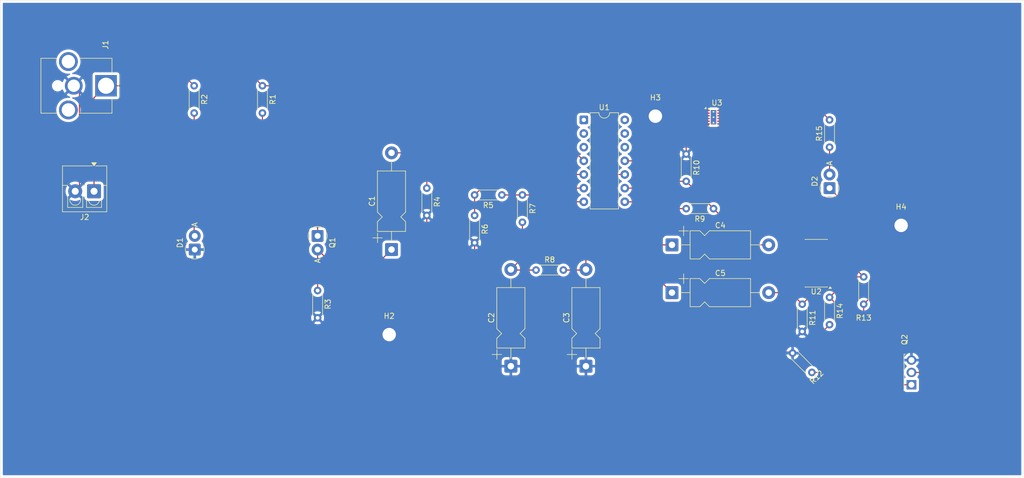
<source format=kicad_pcb>
(kicad_pcb (version 20241229) (generator "pcbnew") (generator_version "9.0")
  (layers (0 "F.Cu" signal) (2 "B.Cu" signal) (13 "F.Paste" user) (15 "B.Paste" user) (5 "F.SilkS" user "F.Silkscreen") (7 "B.SilkS" user "B.Silkscreen") (1 "F.Mask" user) (3 "B.Mask" user) (25 "Edge.Cuts" user))
  (net 0 "")
  (net 1 "Net-(D1-A)")
  (net 2 "GND")
  (net 3 "+VDC")
  (net 4 "Net-(Q1-E)")
  (net 5 "-VDC")
  (net 6 "Net-(U1C-+)")
  (net 7 "Net-(C2-Pad2)")
  (net 8 "Net-(C4-Pad1)")
  (net 9 "Net-(D2-A)")
  (net 10 "Net-(D2-K)")
  (net 11 "Net-(R5-Pad1)")
  (net 12 "Net-(Q2-PadG)")
  (net 13 "Net-(U1C--)")
  (net 14 "Net-(U2A--)")
  (net 15 "Net-(U2A-+)")
  (net 30 "Net-(U1B-+)")
  (net 31 "Net-(U1B--)")
  (footprint "Resistor_THT:R_Axial_DIN0204_L3.6mm_D1.6mm_P5.08mm_Horizontal" (layer "F.Cu") (at 87.01 75.62 -90)
    (property "Reference" "R3" (at 2.54 -1.92 90) (layer "F.SilkS"))
    (property "Value" "2.2k")
    (fp_line (start 0.62 0.92) (end 4.46 0.92) (stroke (width 0.12)) (layer "F.SilkS"))
    (fp_line (start 0.62 -0.92) (end 4.46 -0.92) (stroke (width 0.12)) (layer "F.SilkS"))
    (pad "1" thru_hole circle (at 0 0 270) (size 1.4 1.4) (drill 0.7) (layers "*.Cu" "*.Mask") (net 4 "Net-(Q1-E)"))
    (pad "2" thru_hole circle (at 5.08 0 270) (size 1.4 1.4) (drill 0.7) (layers "*.Cu" "*.Mask") (net 2 "GND"))
  )
  (footprint "Resistor_THT:R_Axial_DIN0204_L3.6mm_D1.6mm_P5.08mm_Horizontal" (layer "F.Cu") (at 127.65 71.81)
    (property "Reference" "R8" (at 2.54 -1.92 0) (layer "F.SilkS"))
    (property "Value" "3.3k")
    (fp_line (start 0.62 -0.92) (end 4.46 -0.92) (stroke (width 0.12)) (layer "F.SilkS"))
    (fp_line (start 0.62 0.92) (end 4.46 0.92) (stroke (width 0.12)) (layer "F.SilkS"))
    (pad "1" thru_hole circle (at 0 0) (size 1.4 1.4) (drill 0.7) (layers "*.Cu" "*.Mask") (net 7 "Net-(C2-Pad2)"))
    (pad "2" thru_hole circle (at 5.08 0) (size 1.4 1.4) (drill 0.7) (layers "*.Cu" "*.Mask") (net 6 "Net-(U1C-+)"))
  )
  (footprint "Resistor_THT:R_Axial_DIN0204_L3.6mm_D1.6mm_P5.08mm_Horizontal" (layer "F.Cu") (at 121.3 57.84 180)
    (property "Reference" "R5" (at 2.54 -1.92 0) (layer "F.SilkS"))
    (property "Value" "47k")
    (fp_line (start 0.62 0.92) (end 4.46 0.92) (stroke (width 0.12)) (layer "F.SilkS"))
    (fp_line (start 0.62 -0.92) (end 4.46 -0.92) (stroke (width 0.12)) (layer "F.SilkS"))
    (pad "1" thru_hole circle (at 0 0 180) (size 1.4 1.4) (drill 0.7) (layers "*.Cu" "*.Mask") (net 11 "Net-(R5-Pad1)"))
    (pad "2" thru_hole circle (at 5.08 0 180) (size 1.4 1.4) (drill 0.7) (layers "*.Cu" "*.Mask") (net 31 "Net-(U1B--)"))
  )
  (footprint "Capacitor_THT:CP_Axial_L11.0mm_D5.0mm_P18.00mm_Horizontal" (layer "F.Cu") (at 152.94 76.0125)
    (property "Reference" "C5" (at 9 -3.62 0) (layer "F.SilkS"))
    (property "Value" "1uF")
    (fp_line (start 1.28 -2.6) (end 3.08 -2.6) (stroke (width 0.12)) (layer "F.SilkS"))
    (fp_line (start 1.44 0) (end 3.38 0) (stroke (width 0.12)) (layer "F.SilkS"))
    (fp_line (start 2.18 -3.5) (end 2.18 -1.7) (stroke (width 0.12)) (layer "F.SilkS"))
    (fp_line (start 3.38 -2.62) (end 3.38 2.62) (stroke (width 0.12)) (layer "F.SilkS"))
    (fp_line (start 3.38 -2.62) (end 5.18 -2.62) (stroke (width 0.12)) (layer "F.SilkS"))
    (fp_line (start 3.38 2.62) (end 5.18 2.62) (stroke (width 0.12)) (layer "F.SilkS"))
    (fp_line (start 5.18 -2.62) (end 6.08 -1.72) (stroke (width 0.12)) (layer "F.SilkS"))
    (fp_line (start 5.18 2.62) (end 6.08 1.72) (stroke (width 0.12)) (layer "F.SilkS"))
    (fp_line (start 6.08 -1.72) (end 6.98 -2.62) (stroke (width 0.12)) (layer "F.SilkS"))
    (fp_line (start 6.08 1.72) (end 6.98 2.62) (stroke (width 0.12)) (layer "F.SilkS"))
    (fp_line (start 6.98 -2.62) (end 14.62 -2.62) (stroke (width 0.12)) (layer "F.SilkS"))
    (fp_line (start 6.98 2.62) (end 14.62 2.62) (stroke (width 0.12)) (layer "F.SilkS"))
    (fp_line (start 14.62 -2.62) (end 14.62 2.62) (stroke (width 0.12)) (layer "F.SilkS"))
    (fp_line (start 16.56 0) (end 14.62 0) (stroke (width 0.12)) (layer "F.SilkS"))
    (pad "1" thru_hole roundrect (at 0 0) (size 2.4 2.4) (drill 1.2) (layers "*.Cu" "*.Mask") (roundrect_rratio 0.104167) (net 8 "Net-(C4-Pad1)"))
    (pad "2" thru_hole circle (at 18 0) (size 2.4 2.4) (drill 1.2) (layers "*.Cu" "*.Mask") (net 14 "Net-(U2A--)"))
  )
  (footprint "Resistor_THT:R_Axial_DIN0204_L3.6mm_D1.6mm_P5.08mm_Horizontal" (layer "F.Cu") (at 125.11 57.84 -90)
    (property "Reference" "R7" (at 2.54 -1.92 90) (layer "F.SilkS"))
    (property "Value" "4.7k")
    (fp_line (start 0.62 0.92) (end 4.46 0.92) (stroke (width 0.12)) (layer "F.SilkS"))
    (fp_line (start 0.62 -0.92) (end 4.46 -0.92) (stroke (width 0.12)) (layer "F.SilkS"))
    (pad "1" thru_hole circle (at 0 0 270) (size 1.4 1.4) (drill 0.7) (layers "*.Cu" "*.Mask") (net 11 "Net-(R5-Pad1)"))
    (pad "2" thru_hole circle (at 5.08 0 270) (size 1.4 1.4) (drill 0.7) (layers "*.Cu" "*.Mask") (net 7 "Net-(C2-Pad2)"))
  )
  (footprint "Package_SO:SOIC-14_3.9x8.7mm_P1.27mm" (layer "F.Cu") (at 179.785 70.54 180)
    (property "Reference" "U2" (at 0 -5.28 0) (layer "F.SilkS"))
    (property "Value" "LM339")
    (fp_line (start 2.06 4.435) (end -2.06 4.435) (stroke (width 0.12)) (layer "F.SilkS"))
    (fp_line (start 2.06 4.37) (end 2.06 4.435) (stroke (width 0.12)) (layer "F.SilkS"))
    (fp_line (start 2.06 -4.435) (end 2.06 -4.37) (stroke (width 0.12)) (layer "F.SilkS"))
    (fp_line (start -2.06 4.435) (end -2.06 4.37) (stroke (width 0.12)) (layer "F.SilkS"))
    (fp_line (start -2.06 -4.37) (end -2.06 -4.435) (stroke (width 0.12)) (layer "F.SilkS"))
    (fp_line (start -2.06 -4.435) (end 2.06 -4.435) (stroke (width 0.12)) (layer "F.SilkS"))
    (fp_poly (pts (xy -2.6 -4.37) (xy -2.84 -4.7) (xy -2.36 -4.7)) (stroke (width 0.12)) (fill yes) (layer "F.SilkS"))
    (pad "1" smd roundrect (at -2.475 -3.81 180) (size 1.95 0.6) (layers "F.Cu" "F.Mask" "F.Paste"))
    (pad "2" smd roundrect (at -2.475 -2.54 180) (size 1.95 0.6) (layers "F.Cu" "F.Mask" "F.Paste") (net 12 "Net-(Q2-PadG)"))
    (pad "3" smd roundrect (at -2.475 -1.27 180) (size 1.95 0.6) (layers "F.Cu" "F.Mask" "F.Paste") (net 3 "+VDC"))
    (pad "4" smd roundrect (at -2.475 0 180) (size 1.95 0.6) (layers "F.Cu" "F.Mask" "F.Paste") (net 14 "Net-(U2A--)"))
    (pad "5" smd roundrect (at -2.475 1.27 180) (size 1.95 0.6) (layers "F.Cu" "F.Mask" "F.Paste") (net 15 "Net-(U2A-+)"))
    (pad "6" smd roundrect (at -2.475 2.54 180) (size 1.95 0.6) (layers "F.Cu" "F.Mask" "F.Paste"))
    (pad "7" smd roundrect (at -2.475 3.81 180) (size 1.95 0.6) (layers "F.Cu" "F.Mask" "F.Paste"))
    (pad "8" smd roundrect (at 2.475 3.81 180) (size 1.95 0.6) (layers "F.Cu" "F.Mask" "F.Paste"))
    (pad "9" smd roundrect (at 2.475 2.54 180) (size 1.95 0.6) (layers "F.Cu" "F.Mask" "F.Paste"))
    (pad "10" smd roundrect (at 2.475 1.27 180) (size 1.95 0.6) (layers "F.Cu" "F.Mask" "F.Paste"))
    (pad "11" smd roundrect (at 2.475 0 180) (size 1.95 0.6) (layers "F.Cu" "F.Mask" "F.Paste"))
    (pad "12" smd roundrect (at 2.475 -1.27 180) (size 1.95 0.6) (layers "F.Cu" "F.Mask" "F.Paste") (net 5 "-VDC"))
    (pad "13" smd roundrect (at 2.475 -2.54 180) (size 1.95 0.6) (layers "F.Cu" "F.Mask" "F.Paste"))
    (pad "14" smd roundrect (at 2.475 -3.81 180) (size 1.95 0.6) (layers "F.Cu" "F.Mask" "F.Paste"))
  )
  (footprint "MountingHole:MountingHole_2.5mm_Pad" (layer "F.Cu") (at 149.86 43.18)
    (property "Reference" "H3" (at 0 -3.45 0) (layer "F.SilkS"))
    (property "Value" "MountingHole_Pad")
    (pad "1" thru_hole circle (at 0 0) (size 5 5) (drill 2.5) (layers "*.Cu" "*.Mask") (net 2 "GND"))
  )
  (footprint "Capacitor_THT:CP_Axial_L11.0mm_D5.0mm_P18.00mm_Horizontal" (layer "F.Cu") (at 122.9625 89.7 90)
    (property "Reference" "C2" (at 9 -3.62 90) (layer "F.SilkS"))
    (property "Value" "10uF")
    (fp_line (start 2.18 -3.5) (end 2.18 -1.7) (stroke (width 0.12)) (layer "F.SilkS"))
    (fp_line (start 14.62 -2.62) (end 14.62 2.62) (stroke (width 0.12)) (layer "F.SilkS"))
    (fp_line (start 6.98 -2.62) (end 14.62 -2.62) (stroke (width 0.12)) (layer "F.SilkS"))
    (fp_line (start 5.18 -2.62) (end 6.08 -1.72) (stroke (width 0.12)) (layer "F.SilkS"))
    (fp_line (start 3.38 -2.62) (end 5.18 -2.62) (stroke (width 0.12)) (layer "F.SilkS"))
    (fp_line (start 3.38 -2.62) (end 3.38 2.62) (stroke (width 0.12)) (layer "F.SilkS"))
    (fp_line (start 1.28 -2.6) (end 3.08 -2.6) (stroke (width 0.12)) (layer "F.SilkS"))
    (fp_line (start 6.08 -1.72) (end 6.98 -2.62) (stroke (width 0.12)) (layer "F.SilkS"))
    (fp_line (start 16.56 0) (end 14.62 0) (stroke (width 0.12)) (layer "F.SilkS"))
    (fp_line (start 1.44 0) (end 3.38 0) (stroke (width 0.12)) (layer "F.SilkS"))
    (fp_line (start 6.08 1.72) (end 6.98 2.62) (stroke (width 0.12)) (layer "F.SilkS"))
    (fp_line (start 6.98 2.62) (end 14.62 2.62) (stroke (width 0.12)) (layer "F.SilkS"))
    (fp_line (start 5.18 2.62) (end 6.08 1.72) (stroke (width 0.12)) (layer "F.SilkS"))
    (fp_line (start 3.38 2.62) (end 5.18 2.62) (stroke (width 0.12)) (layer "F.SilkS"))
    (pad "1" thru_hole roundrect (at 0 0 90) (size 2.4 2.4) (drill 1.2) (layers "*.Cu" "*.Mask") (roundrect_rratio 0.104167) (net 2 "GND"))
    (pad "2" thru_hole circle (at 18 0 90) (size 2.4 2.4) (drill 1.2) (layers "*.Cu" "*.Mask") (net 7 "Net-(C2-Pad2)"))
  )
  (footprint "Diode_THT:D_DO-41_SOD81_P2.54mm_Vertical_AnodeUp" (layer "F.Cu") (at 64.15 68 90)
    (property "Reference" "D1" (at 1.27 -2.750635 90) (layer "F.SilkS"))
    (property "Value" "IR204A")
    (fp_arc (start 1.255517 1.22) (mid -1.750635 0) (end 1.255517 -1.22) (stroke (width 0.12)) (layer "F.SilkS"))
    (fp_text user "A" (at 4.64 0 90) (layer "F.SilkS"))
    (pad "1" thru_hole roundrect (at 0 0 90) (size 2.2 2.2) (drill 1.1) (layers "*.Cu" "*.Mask") (roundrect_rratio 0.113636) (net 2 "GND"))
    (pad "2" thru_hole circle (at 2.54 0 90) (size 2.2 2.2) (drill 1.1) (layers "*.Cu" "*.Mask") (net 1 "Net-(D1-A)"))
  )
  (footprint "MountingHole:MountingHole_2.5mm_Pad" (layer "F.Cu") (at 195.58 63.5)
    (property "Reference" "H4" (at 0 -3.45 0) (layer "F.SilkS"))
    (property "Value" "MountingHole_Pad")
    (pad "1" thru_hole circle (at 0 0) (size 5 5) (drill 2.5) (layers "*.Cu" "*.Mask") (net 2 "GND"))
  )
  (footprint "Package_DIP:DIP-14_W7.62mm" (layer "F.Cu") (at 136.54 43.87)
    (property "Reference" "U1" (at 3.81 -2.33 0) (layer "F.SilkS"))
    (property "Value" "LM324")
    (fp_line (start 1.16 -1.33) (end 1.16 16.57) (stroke (width 0.12)) (layer "F.SilkS"))
    (fp_line (start 1.16 16.57) (end 6.46 16.57) (stroke (width 0.12)) (layer "F.SilkS"))
    (fp_line (start 2.81 -1.33) (end 1.16 -1.33) (stroke (width 0.12)) (layer "F.SilkS"))
    (fp_line (start 6.46 -1.33) (end 4.81 -1.33) (stroke (width 0.12)) (layer "F.SilkS"))
    (fp_line (start 6.46 16.57) (end 6.46 -1.33) (stroke (width 0.12)) (layer "F.SilkS"))
    (fp_arc (start 4.81 -1.33) (mid 3.81 -0.33) (end 2.81 -1.33) (stroke (width 0.12)) (layer "F.SilkS"))
    (pad "1" thru_hole roundrect (at 0 0) (size 1.6 1.6) (drill 0.8) (layers "*.Cu" "*.Mask") (roundrect_rratio 0.15625))
    (pad "2" thru_hole circle (at 0 2.54) (size 1.6 1.6) (drill 0.8) (layers "*.Cu" "*.Mask"))
    (pad "3" thru_hole circle (at 0 5.08) (size 1.6 1.6) (drill 0.8) (layers "*.Cu" "*.Mask"))
    (pad "4" thru_hole circle (at 0 7.62) (size 1.6 1.6) (drill 0.8) (layers "*.Cu" "*.Mask") (net 3 "+VDC"))
    (pad "5" thru_hole circle (at 0 10.16) (size 1.6 1.6) (drill 0.8) (layers "*.Cu" "*.Mask") (net 30 "Net-(U1B-+)"))
    (pad "6" thru_hole circle (at 0 12.7) (size 1.6 1.6) (drill 0.8) (layers "*.Cu" "*.Mask") (net 31 "Net-(U1B--)"))
    (pad "7" thru_hole circle (at 0 15.24) (size 1.6 1.6) (drill 0.8) (layers "*.Cu" "*.Mask") (net 11 "Net-(R5-Pad1)"))
    (pad "8" thru_hole circle (at 7.62 15.24) (size 1.6 1.6) (drill 0.8) (layers "*.Cu" "*.Mask") (net 8 "Net-(C4-Pad1)"))
    (pad "9" thru_hole circle (at 7.62 12.7) (size 1.6 1.6) (drill 0.8) (layers "*.Cu" "*.Mask") (net 13 "Net-(U1C--)"))
    (pad "10" thru_hole circle (at 7.62 10.16) (size 1.6 1.6) (drill 0.8) (layers "*.Cu" "*.Mask") (net 6 "Net-(U1C-+)"))
    (pad "11" thru_hole circle (at 7.62 7.62) (size 1.6 1.6) (drill 0.8) (layers "*.Cu" "*.Mask") (net 5 "-VDC"))
    (pad "12" thru_hole circle (at 7.62 5.08) (size 1.6 1.6) (drill 0.8) (layers "*.Cu" "*.Mask"))
    (pad "13" thru_hole circle (at 7.62 2.54) (size 1.6 1.6) (drill 0.8) (layers "*.Cu" "*.Mask"))
    (pad "14" thru_hole circle (at 7.62 0) (size 1.6 1.6) (drill 0.8) (layers "*.Cu" "*.Mask"))
  )
  (footprint "Capacitor_THT:CP_Axial_L11.0mm_D5.0mm_P18.00mm_Horizontal" (layer "F.Cu") (at 152.94 67.1225)
    (property "Reference" "C4" (at 9 -3.62 0) (layer "F.SilkS"))
    (property "Value" "1uF")
    (fp_line (start 1.28 -2.6) (end 3.08 -2.6) (stroke (width 0.12)) (layer "F.SilkS"))
    (fp_line (start 1.44 0) (end 3.38 0) (stroke (width 0.12)) (layer "F.SilkS"))
    (fp_line (start 2.18 -3.5) (end 2.18 -1.7) (stroke (width 0.12)) (layer "F.SilkS"))
    (fp_line (start 3.38 -2.62) (end 3.38 2.62) (stroke (width 0.12)) (layer "F.SilkS"))
    (fp_line (start 3.38 -2.62) (end 5.18 -2.62) (stroke (width 0.12)) (layer "F.SilkS"))
    (fp_line (start 3.38 2.62) (end 5.18 2.62) (stroke (width 0.12)) (layer "F.SilkS"))
    (fp_line (start 5.18 -2.62) (end 6.08 -1.72) (stroke (width 0.12)) (layer "F.SilkS"))
    (fp_line (start 5.18 2.62) (end 6.08 1.72) (stroke (width 0.12)) (layer "F.SilkS"))
    (fp_line (start 6.08 -1.72) (end 6.98 -2.62) (stroke (width 0.12)) (layer "F.SilkS"))
    (fp_line (start 6.08 1.72) (end 6.98 2.62) (stroke (width 0.12)) (layer "F.SilkS"))
    (fp_line (start 6.98 -2.62) (end 14.62 -2.62) (stroke (width 0.12)) (layer "F.SilkS"))
    (fp_line (start 6.98 2.62) (end 14.62 2.62) (stroke (width 0.12)) (layer "F.SilkS"))
    (fp_line (start 14.62 -2.62) (end 14.62 2.62) (stroke (width 0.12)) (layer "F.SilkS"))
    (fp_line (start 16.56 0) (end 14.62 0) (stroke (width 0.12)) (layer "F.SilkS"))
    (pad "1" thru_hole roundrect (at 0 0) (size 2.4 2.4) (drill 1.2) (layers "*.Cu" "*.Mask") (roundrect_rratio 0.104167) (net 8 "Net-(C4-Pad1)"))
    (pad "2" thru_hole circle (at 18 0) (size 2.4 2.4) (drill 1.2) (layers "*.Cu" "*.Mask") (net 13 "Net-(U1C--)"))
  )
  (footprint "MountingHole:MountingHole_2.5mm_Pad" (layer "F.Cu") (at 100.33 83.82)
    (property "Reference" "H2" (at 0 -3.45 0) (layer "F.SilkS"))
    (property "Value" "MountingHole_Pad")
    (pad "1" thru_hole circle (at 0 0) (size 5 5) (drill 2.5) (layers "*.Cu" "*.Mask") (net 2 "GND"))
  )
  (footprint "Resistor_THT:R_Axial_DIN0204_L3.6mm_D1.6mm_P5.08mm_Horizontal" (layer "F.Cu") (at 116.22 61.65 -90)
    (property "Reference" "R6" (at 2.54 -1.92 90) (layer "F.SilkS"))
    (property "Value" "4.7k")
    (fp_line (start 0.62 0.92) (end 4.46 0.92) (stroke (width 0.12)) (layer "F.SilkS"))
    (fp_line (start 0.62 -0.92) (end 4.46 -0.92) (stroke (width 0.12)) (layer "F.SilkS"))
    (pad "1" thru_hole circle (at 0 0 270) (size 1.4 1.4) (drill 0.7) (layers "*.Cu" "*.Mask") (net 31 "Net-(U1B--)"))
    (pad "2" thru_hole circle (at 5.08 0 270) (size 1.4 1.4) (drill 0.7) (layers "*.Cu" "*.Mask") (net 2 "GND"))
  )
  (footprint "Diode_THT:D_DO-41_SOD81_P2.54mm_Vertical_AnodeUp" (layer "F.Cu") (at 87.01 65.46 -90)
    (property "Reference" "Q1" (at 1.27 -2.750635 90) (layer "F.SilkS"))
    (property "Value" "BPW42")
    (fp_arc (start 1.255517 1.22) (mid -1.750635 0) (end 1.255517 -1.22) (stroke (width 0.12)) (layer "F.SilkS"))
    (fp_text user "A" (at 4.64 0 90) (layer "F.SilkS"))
    (pad "1" thru_hole roundrect (at 0 0 270) (size 2.2 2.2) (drill 1.1) (layers "*.Cu" "*.Mask") (roundrect_rratio 0.113636) (net 3 "+VDC"))
    (pad "2" thru_hole circle (at 2.54 0 270) (size 2.2 2.2) (drill 1.1) (layers "*.Cu" "*.Mask") (net 4 "Net-(Q1-E)"))
  )
  (footprint "TerminalBlock_4Ucon:TerminalBlock_4Ucon_1x02_P3.50mm_Vertical" (layer "F.Cu") (at 45.41 57.15 180)
    (property "Reference" "J2" (at 1.75 -4.82 0) (layer "F.SilkS"))
    (property "Value" "Screw_Terminal_01x02")
    (fp_line (start 5.87 4.72) (end 0.3 4.72) (stroke (width 0.12)) (layer "F.SilkS"))
    (fp_line (start 5.87 -3.82) (end 5.87 4.72) (stroke (width 0.12)) (layer "F.SilkS"))
    (fp_line (start 4.9 -3) (end 4.9 -1.099) (stroke (width 0.12)) (layer "F.SilkS"))
    (fp_line (start 4.899 1.1) (end 5.87 1.1) (stroke (width 0.12)) (layer "F.SilkS"))
    (fp_line (start 2.1 -1.099) (end 2.1 -3) (stroke (width 0.12)) (layer "F.SilkS"))
    (fp_line (start 2.1 -3) (end 4.9 -3) (stroke (width 0.12)) (layer "F.SilkS"))
    (fp_line (start 1.78 1.1) (end 2.101 1.1) (stroke (width 0.12)) (layer "F.SilkS"))
    (fp_line (start 1.4 -3) (end 1.4 -1.78) (stroke (width 0.12)) (layer "F.SilkS"))
    (fp_line (start -0.3 4.72) (end -2.37 4.72) (stroke (width 0.12)) (layer "F.SilkS"))
    (fp_line (start -1.4 -1.78) (end -1.4 -3) (stroke (width 0.12)) (layer "F.SilkS"))
    (fp_line (start -1.4 -3) (end 1.4 -3) (stroke (width 0.12)) (layer "F.SilkS"))
    (fp_line (start -2.37 4.72) (end -2.37 -3.82) (stroke (width 0.12)) (layer "F.SilkS"))
    (fp_line (start -2.37 1.1) (end -1.78 1.1) (stroke (width 0.12)) (layer "F.SilkS"))
    (fp_line (start -2.37 -3.82) (end 5.87 -3.82) (stroke (width 0.12)) (layer "F.SilkS"))
    (fp_arc (start 2.508 -1.478) (mid 3.5 -2.6) (end 4.492 -1.478) (stroke (width 0.12)) (layer "F.SilkS"))
    (fp_arc (start -0.984 -1.78) (mid 0 -2.6) (end 0.984 -1.78) (stroke (width 0.12)) (layer "F.SilkS"))
    (fp_poly (pts (xy 0 4.72) (xy 0.44 5.33) (xy -0.44 5.33)) (stroke (width 0.12)) (fill yes) (layer "F.SilkS"))
    (pad "1" thru_hole roundrect (at 0 0 180) (size 2.6 2.6) (drill 1.3) (layers "*.Cu" "*.Mask") (roundrect_rratio 0.096154) (net 3 "+VDC"))
    (pad "2" thru_hole circle (at 3.5 0 180) (size 2.6 2.6) (drill 1.3) (layers "*.Cu" "*.Mask") (net 2 "GND"))
  )
  (footprint "Resistor_THT:R_Axial_DIN0204_L3.6mm_D1.6mm_P5.08mm_Horizontal" (layer "F.Cu") (at 177.18 78.16 -90)
    (property "Reference" "R11" (at 2.54 -1.92 90) (layer "F.SilkS"))
    (property "Value" "82k")
    (fp_line (start 0.62 0.92) (end 4.46 0.92) (stroke (width 0.12)) (layer "F.SilkS"))
    (fp_line (start 0.62 -0.92) (end 4.46 -0.92) (stroke (width 0.12)) (layer "F.SilkS"))
    (pad "1" thru_hole circle (at 0 0 270) (size 1.4 1.4) (drill 0.7) (layers "*.Cu" "*.Mask") (net 14 "Net-(U2A--)"))
    (pad "2" thru_hole circle (at 5.08 0 270) (size 1.4 1.4) (drill 0.7) (layers "*.Cu" "*.Mask") (net 2 "GND"))
  )
  (footprint "Resistor_THT:R_Axial_DIN0204_L3.6mm_D1.6mm_P5.08mm_Horizontal" (layer "F.Cu") (at 64.04 37.52 -90)
    (property "Reference" "R2" (at 2.54 -1.92 90) (layer "F.SilkS"))
    (property "Value" "82")
    (fp_line (start 0.62 0.92) (end 4.46 0.92) (stroke (width 0.12)) (layer "F.SilkS"))
    (fp_line (start 0.62 -0.92) (end 4.46 -0.92) (stroke (width 0.12)) (layer "F.SilkS"))
    (pad "1" thru_hole circle (at 0 0 270) (size 1.4 1.4) (drill 0.7) (layers "*.Cu" "*.Mask") (net 3 "+VDC"))
    (pad "2" thru_hole circle (at 5.08 0 270) (size 1.4 1.4) (drill 0.7) (layers "*.Cu" "*.Mask") (net 1 "Net-(D1-A)"))
  )
  (footprint "Diode_THT:D_DO-41_SOD81_P2.54mm_Vertical_AnodeUp" (layer "F.Cu") (at 182.26 56.57 90)
    (property "Reference" "D2" (at 1.27 -2.750635 90) (layer "F.SilkS"))
    (property "Value" "LED")
    (fp_arc (start 1.255517 1.22) (mid -1.750635 0) (end 1.255517 -1.22) (stroke (width 0.12)) (layer "F.SilkS"))
    (fp_text user "A" (at 4.64 0 90) (layer "F.SilkS"))
    (pad "1" thru_hole roundrect (at 0 0 90) (size 2.2 2.2) (drill 1.1) (layers "*.Cu" "*.Mask") (roundrect_rratio 0.113636) (net 10 "Net-(D2-K)"))
    (pad "2" thru_hole circle (at 2.54 0 90) (size 2.2 2.2) (drill 1.1) (layers "*.Cu" "*.Mask") (net 9 "Net-(D2-A)"))
  )
  (footprint "Package_TO_SOT_THT:TO-251-3_Vertical" (layer "F.Cu") (at 197.5 93.15 90)
    (property "Reference" "Q2" (at 8.39 -1.27 90) (layer "F.SilkS"))
    (property "Value" "Q_NMOS")
    (fp_line (start 5.69 -1.38) (end 5.69 -1.16) (stroke (width 0.12)) (layer "F.SilkS"))
    (fp_line (start -1.11 -1.38) (end 5.69 -1.38) (stroke (width 0.12)) (layer "F.SilkS"))
    (fp_line (start -1.11 -1.16) (end -1.11 -1.38) (stroke (width 0.12)) (layer "F.SilkS"))
    (fp_line (start 3.409 -0.77) (end 3.461 -0.77) (stroke (width 0.12)) (layer "F.SilkS"))
    (fp_line (start 1.171 1.14) (end 1.119 1.14) (stroke (width 0.12)) (layer "F.SilkS"))
    (pad "D" thru_hole oval (at 2.29 0 90) (size 1.7175 1.8) (drill 1.1) (layers "*.Cu" "*.Mask") (net 10 "Net-(D2-K)"))
    (pad "G" thru_hole rect (at 0 0 90) (size 1.7175 1.8) (drill 1.1) (layers "*.Cu" "*.Mask") (net 12 "Net-(Q2-PadG)"))
    (pad "S" thru_hole oval (at 4.58 0 90) (size 1.7175 1.8) (drill 1.1) (layers "*.Cu" "*.Mask") (net 2 "GND"))
  )
  (footprint "Resistor_THT:R_Axial_DIN0204_L3.6mm_D1.6mm_P5.08mm_Horizontal" (layer "F.Cu") (at 155.59 50.22 -90)
    (property "Reference" "R10" (at 2.54 -1.92 90) (layer "F.SilkS"))
    (property "Value" "4.7k")
    (fp_line (start 0.62 0.92) (end 4.46 0.92) (stroke (width 0.12)) (layer "F.SilkS"))
    (fp_line (start 0.62 -0.92) (end 4.46 -0.92) (stroke (width 0.12)) (layer "F.SilkS"))
    (pad "1" thru_hole circle (at 0 0 270) (size 1.4 1.4) (drill 0.7) (layers "*.Cu" "*.Mask") (net 2 "GND"))
    (pad "2" thru_hole circle (at 5.08 0 270) (size 1.4 1.4) (drill 0.7) (layers "*.Cu" "*.Mask") (net 13 "Net-(U1C--)"))
  )
  (footprint "Capacitor_THT:CP_Axial_L11.0mm_D5.0mm_P18.00mm_Horizontal" (layer "F.Cu") (at 100.76 68 90)
    (property "Reference" "C1" (at 9 -3.62 90) (layer "F.SilkS"))
    (property "Value" "100uF")
    (fp_line (start 2.18 -3.5) (end 2.18 -1.7) (stroke (width 0.12)) (layer "F.SilkS"))
    (fp_line (start 14.62 -2.62) (end 14.62 2.62) (stroke (width 0.12)) (layer "F.SilkS"))
    (fp_line (start 6.98 -2.62) (end 14.62 -2.62) (stroke (width 0.12)) (layer "F.SilkS"))
    (fp_line (start 5.18 -2.62) (end 6.08 -1.72) (stroke (width 0.12)) (layer "F.SilkS"))
    (fp_line (start 3.38 -2.62) (end 5.18 -2.62) (stroke (width 0.12)) (layer "F.SilkS"))
    (fp_line (start 3.38 -2.62) (end 3.38 2.62) (stroke (width 0.12)) (layer "F.SilkS"))
    (fp_line (start 1.28 -2.6) (end 3.08 -2.6) (stroke (width 0.12)) (layer "F.SilkS"))
    (fp_line (start 6.08 -1.72) (end 6.98 -2.62) (stroke (width 0.12)) (layer "F.SilkS"))
    (fp_line (start 16.56 0) (end 14.62 0) (stroke (width 0.12)) (layer "F.SilkS"))
    (fp_line (start 1.44 0) (end 3.38 0) (stroke (width 0.12)) (layer "F.SilkS"))
    (fp_line (start 6.08 1.72) (end 6.98 2.62) (stroke (width 0.12)) (layer "F.SilkS"))
    (fp_line (start 6.98 2.62) (end 14.62 2.62) (stroke (width 0.12)) (layer "F.SilkS"))
    (fp_line (start 5.18 2.62) (end 6.08 1.72) (stroke (width 0.12)) (layer "F.SilkS"))
    (fp_line (start 3.38 2.62) (end 5.18 2.62) (stroke (width 0.12)) (layer "F.SilkS"))
    (pad "1" thru_hole roundrect (at 0 0 90) (size 2.4 2.4) (drill 1.2) (layers "*.Cu" "*.Mask") (roundrect_rratio 0.104167) (net 4 "Net-(Q1-E)"))
    (pad "2" thru_hole circle (at 18 0 90) (size 2.4 2.4) (drill 1.2) (layers "*.Cu" "*.Mask") (net 30 "Net-(U1B-+)"))
  )
  (footprint "Resistor_THT:R_Axial_DIN0204_L3.6mm_D1.6mm_P5.08mm_Horizontal" (layer "F.Cu") (at 182.26 48.95 90)
    (property "Reference" "R15" (at 2.54 -1.92 90) (layer "F.SilkS"))
    (property "Value" "150")
    (fp_line (start 0.62 -0.92) (end 4.46 -0.92) (stroke (width 0.12)) (layer "F.SilkS"))
    (fp_line (start 0.62 0.92) (end 4.46 0.92) (stroke (width 0.12)) (layer "F.SilkS"))
    (pad "1" thru_hole circle (at 0 0 90) (size 1.4 1.4) (drill 0.7) (layers "*.Cu" "*.Mask") (net 9 "Net-(D2-A)"))
    (pad "2" thru_hole circle (at 5.08 0 90) (size 1.4 1.4) (drill 0.7) (layers "*.Cu" "*.Mask") (net 3 "+VDC"))
  )
  (footprint "Package_SON:WSON-12-1EP_3x2mm_P0.5mm_EP1x2.65_ThermalVias" (layer "F.Cu") (at 160.67 43.37)
    (property "Reference" "U3" (at 0.635 -2.667 0) (layer "F.SilkS"))
    (property "Value" "LM27762")
    (fp_line (start -1 -1.64) (end 1 -1.64) (stroke (width 0.12)) (layer "F.SilkS"))
    (fp_line (start -1 1.64) (end 1 1.64) (stroke (width 0.12)) (layer "F.SilkS"))
    (fp_poly (pts (xy -1.37 -1.57) (xy -1.65 -1.57) (xy -1.37 -1.85) (xy -1.37 -1.57)) (stroke (width 0.12)) (fill yes) (layer "F.SilkS"))
    (pad "1" smd roundrect (at -0.95 -1.25) (size 0.5 0.25) (layers "F.Cu" "F.Mask" "F.Paste"))
    (pad "2" smd roundrect (at -0.95 -0.75) (size 0.5 0.25) (layers "F.Cu" "F.Mask" "F.Paste"))
    (pad "3" smd roundrect (at -0.95 -0.25) (size 0.5 0.25) (layers "F.Cu" "F.Mask" "F.Paste") (net 3 "+VDC"))
    (pad "4" smd roundrect (at -0.95 0.25) (size 0.5 0.25) (layers "F.Cu" "F.Mask" "F.Paste") (net 2 "GND"))
    (pad "5" smd roundrect (at -0.95 0.75) (size 0.5 0.25) (layers "F.Cu" "F.Mask" "F.Paste"))
    (pad "6" smd roundrect (at -0.95 1.25) (size 0.5 0.25) (layers "F.Cu" "F.Mask" "F.Paste") (net 5 "-VDC"))
    (pad "7" smd roundrect (at 0.95 1.25) (size 0.5 0.25) (layers "F.Cu" "F.Mask" "F.Paste"))
    (pad "8" smd roundrect (at 0.95 0.75) (size 0.5 0.25) (layers "F.Cu" "F.Mask" "F.Paste"))
    (pad "9" smd roundrect (at 0.95 0.25) (size 0.5 0.25) (layers "F.Cu" "F.Mask" "F.Paste"))
    (pad "10" smd roundrect (at 0.95 -0.25) (size 0.5 0.25) (layers "F.Cu" "F.Mask" "F.Paste"))
    (pad "11" smd roundrect (at 0.95 -0.75) (size 0.5 0.25) (layers "F.Cu" "F.Mask" "F.Paste"))
    (pad "12" smd roundrect (at 0.95 -1.25) (size 0.5 0.25) (layers "F.Cu" "F.Mask" "F.Paste"))
    (pad "13" thru_hole circle (at 0 -1 90) (size 0.6 0.6) (drill 0.3) (layers "*.Cu"))
    (pad "13" thru_hole circle (at 0 0) (size 0.6 0.6) (drill 0.3) (layers "*.Cu"))
    (pad "13" smd rect (at 0 0) (size 1 2.65) (layers "F.Cu" "F.Mask"))
    (pad "13" smd rect (at 0 0) (size 1 2.65) (layers "B.Cu"))
    (pad "13" thru_hole circle (at 0 1) (size 0.6 0.6) (drill 0.3) (layers "*.Cu"))
  )
  (footprint "Resistor_THT:R_Axial_DIN0204_L3.6mm_D1.6mm_P5.08mm_Horizontal" (layer "F.Cu") (at 76.74 37.52 -90)
    (property "Reference" "R1" (at 2.54 -1.92 90) (layer "F.SilkS"))
    (property "Value" "82")
    (fp_line (start 0.62 0.92) (end 4.46 0.92) (stroke (width 0.12)) (layer "F.SilkS"))
    (fp_line (start 0.62 -0.92) (end 4.46 -0.92) (stroke (width 0.12)) (layer "F.SilkS"))
    (pad "1" thru_hole circle (at 0 0 270) (size 1.4 1.4) (drill 0.7) (layers "*.Cu" "*.Mask") (net 3 "+VDC"))
    (pad "2" thru_hole circle (at 5.08 0 270) (size 1.4 1.4) (drill 0.7) (layers "*.Cu" "*.Mask") (net 1 "Net-(D1-A)"))
  )
  (footprint "Resistor_THT:R_Axial_DIN0204_L3.6mm_D1.6mm_P5.08mm_Horizontal" (layer "F.Cu") (at 182.26 76.89 -90)
    (property "Reference" "R14" (at 2.54 -1.92 90) (layer "F.SilkS"))
    (property "Value" "1k")
    (fp_line (start 0.62 0.92) (end 4.46 0.92) (stroke (width 0.12)) (layer "F.SilkS"))
    (fp_line (start 0.62 -0.92) (end 4.46 -0.92) (stroke (width 0.12)) (layer "F.SilkS"))
    (pad "1" thru_hole circle (at 0 0 270) (size 1.4 1.4) (drill 0.7) (layers "*.Cu" "*.Mask") (net 12 "Net-(Q2-PadG)"))
    (pad "2" thru_hole circle (at 5.08 0 270) (size 1.4 1.4) (drill 0.7) (layers "*.Cu" "*.Mask") (net 3 "+VDC"))
  )
  (footprint "Resistor_THT:R_Axial_DIN0204_L3.6mm_D1.6mm_P5.08mm_Horizontal" (layer "F.Cu") (at 107.33 56.57 -90)
    (property "Reference" "R4" (at 2.54 -1.92 90) (layer "F.SilkS"))
    (property "Value" "3.3k")
    (fp_line (start 0.62 0.92) (end 4.46 0.92) (stroke (width 0.12)) (layer "F.SilkS"))
    (fp_line (start 0.62 -0.92) (end 4.46 -0.92) (stroke (width 0.12)) (layer "F.SilkS"))
    (pad "1" thru_hole circle (at 0 0 270) (size 1.4 1.4) (drill 0.7) (layers "*.Cu" "*.Mask") (net 30 "Net-(U1B-+)"))
    (pad "2" thru_hole circle (at 5.08 0 270) (size 1.4 1.4) (drill 0.7) (layers "*.Cu" "*.Mask") (net 2 "GND"))
  )
  (footprint "Resistor_THT:R_Axial_DIN0204_L3.6mm_D1.6mm_P5.08mm_Horizontal" (layer "F.Cu") (at 188.61 78.16 90)
    (property "Reference" "R13" (at -2.54 0 0) (layer "F.SilkS"))
    (property "Value" "330k")
    (fp_line (start 0.62 -0.92) (end 4.46 -0.92) (stroke (width 0.12)) (layer "F.SilkS"))
    (fp_line (start 0.62 0.92) (end 4.46 0.92) (stroke (width 0.12)) (layer "F.SilkS"))
    (pad "1" thru_hole circle (at 0 0 90) (size 1.4 1.4) (drill 0.7) (layers "*.Cu" "*.Mask") (net 15 "Net-(U2A-+)"))
    (pad "2" thru_hole circle (at 5.08 0 90) (size 1.4 1.4) (drill 0.7) (layers "*.Cu" "*.Mask") (net 12 "Net-(Q2-PadG)"))
  )
  (footprint "Connector_BarrelJack:BarrelJack_CUI_PJ-063AH_Horizontal_CircularHoles" (layer "F.Cu") (at 47.64 37.52 -90)
    (property "Reference" "J1" (at -7.62 0.09 90) (layer "F.SilkS"))
    (property "Value" "Barrel_Jack")
    (fp_line (start -5.11 12.11) (end -5.11 9.05) (stroke (width 0.12)) (layer "F.SilkS"))
    (fp_line (start 5.11 12.11) (end -5.11 12.11) (stroke (width 0.12)) (layer "F.SilkS"))
    (fp_line (start 5.11 9.05) (end 5.11 12.11) (stroke (width 0.12)) (layer "F.SilkS"))
    (fp_line (start -5.11 4.95) (end -5.11 -1.11) (stroke (width 0.12)) (layer "F.SilkS"))
    (fp_line (start -5.11 -1.11) (end -2.3 -1.11) (stroke (width 0.12)) (layer "F.SilkS"))
    (fp_line (start 2.3 -1.11) (end 5.11 -1.11) (stroke (width 0.12)) (layer "F.SilkS"))
    (fp_line (start 5.11 -1.11) (end 5.11 4.95) (stroke (width 0.12)) (layer "F.SilkS"))
    (fp_line (start -1 -2.3) (end 1 -2.3) (stroke (width 0.12)) (layer "F.SilkS"))
    (pad "" np_thru_hole circle (at 0 9 270) (size 1.6 1.6) (drill 1.6) (layers "*.Cu" "*.Mask"))
    (pad "1" thru_hole rect (at 0 0 270) (size 4 4) (drill 3) (layers "*.Cu" "*.Mask") (net 3 "+VDC"))
    (pad "2" thru_hole circle (at 0 6 270) (size 3.3 3.3) (drill 2.3) (layers "*.Cu" "*.Mask") (net 2 "GND"))
    (pad "MP" thru_hole circle (at -4.5 7 270) (size 3.5 3.5) (drill 2.5) (layers "*.Cu" "*.Mask"))
    (pad "MP" thru_hole circle (at 4.5 7 270) (size 3.5 3.5) (drill 2.5) (layers "*.Cu" "*.Mask"))
  )
  (footprint "Capacitor_THT:CP_Axial_L11.0mm_D5.0mm_P18.00mm_Horizontal" (layer "F.Cu") (at 136.9325 89.7 90)
    (property "Reference" "C3" (at 9 -3.62 90) (layer "F.SilkS"))
    (property "Value" "10uF")
    (fp_line (start 2.18 -3.5) (end 2.18 -1.7) (stroke (width 0.12)) (layer "F.SilkS"))
    (fp_line (start 14.62 -2.62) (end 14.62 2.62) (stroke (width 0.12)) (layer "F.SilkS"))
    (fp_line (start 6.98 -2.62) (end 14.62 -2.62) (stroke (width 0.12)) (layer "F.SilkS"))
    (fp_line (start 5.18 -2.62) (end 6.08 -1.72) (stroke (width 0.12)) (layer "F.SilkS"))
    (fp_line (start 3.38 -2.62) (end 5.18 -2.62) (stroke (width 0.12)) (layer "F.SilkS"))
    (fp_line (start 3.38 -2.62) (end 3.38 2.62) (stroke (width 0.12)) (layer "F.SilkS"))
    (fp_line (start 1.28 -2.6) (end 3.08 -2.6) (stroke (width 0.12)) (layer "F.SilkS"))
    (fp_line (start 6.08 -1.72) (end 6.98 -2.62) (stroke (width 0.12)) (layer "F.SilkS"))
    (fp_line (start 16.56 0) (end 14.62 0) (stroke (width 0.12)) (layer "F.SilkS"))
    (fp_line (start 1.44 0) (end 3.38 0) (stroke (width 0.12)) (layer "F.SilkS"))
    (fp_line (start 6.08 1.72) (end 6.98 2.62) (stroke (width 0.12)) (layer "F.SilkS"))
    (fp_line (start 6.98 2.62) (end 14.62 2.62) (stroke (width 0.12)) (layer "F.SilkS"))
    (fp_line (start 5.18 2.62) (end 6.08 1.72) (stroke (width 0.12)) (layer "F.SilkS"))
    (fp_line (start 3.38 2.62) (end 5.18 2.62) (stroke (width 0.12)) (layer "F.SilkS"))
    (pad "1" thru_hole roundrect (at 0 0 90) (size 2.4 2.4) (drill 1.2) (layers "*.Cu" "*.Mask") (roundrect_rratio 0.104167) (net 2 "GND"))
    (pad "2" thru_hole circle (at 18 0 90) (size 2.4 2.4) (drill 1.2) (layers "*.Cu" "*.Mask") (net 6 "Net-(U1C-+)"))
  )
  (footprint "Resistor_THT:R_Axial_DIN0204_L3.6mm_D1.6mm_P5.08mm_Horizontal" (layer "F.Cu") (at 178.976051 90.86 135)
    (property "Reference" "R12" (at -1.270001 0 45) (layer "F.SilkS"))
    (property "Value" "10k")
    (fp_line (start 0.62 -0.92) (end 4.46 -0.92) (stroke (width 0.12)) (layer "F.SilkS"))
    (fp_line (start 0.62 0.92) (end 4.46 0.92) (stroke (width 0.12)) (layer "F.SilkS"))
    (pad "1" thru_hole circle (at 0 0 135) (size 1.4 1.4) (drill 0.7) (layers "*.Cu" "*.Mask") (net 15 "Net-(U2A-+)"))
    (pad "2" thru_hole circle (at 5.079999 0 135) (size 1.4 1.4) (drill 0.7) (layers "*.Cu" "*.Mask") (net 2 "GND"))
  )
  (footprint "Resistor_THT:R_Axial_DIN0204_L3.6mm_D1.6mm_P5.08mm_Horizontal" (layer "F.Cu") (at 160.67 60.38 180)
    (property "Reference" "R9" (at 2.54 -1.92 0) (layer "F.SilkS"))
    (property "Value" "47k")
    (fp_line (start 0.62 0.92) (end 4.46 0.92) (stroke (width 0.12)) (layer "F.SilkS"))
    (fp_line (start 0.62 -0.92) (end 4.46 -0.92) (stroke (width 0.12)) (layer "F.SilkS"))
    (pad "1" thru_hole circle (at 0 0 180) (size 1.4 1.4) (drill 0.7) (layers "*.Cu" "*.Mask") (net 13 "Net-(U1C--)"))
    (pad "2" thru_hole circle (at 5.08 0 180) (size 1.4 1.4) (drill 0.7) (layers "*.Cu" "*.Mask") (net 8 "Net-(C4-Pad1)"))
  )
  (gr_rect (start 27.94 21.59) (end 218.44 110.49) (stroke (width 0.05)) (fill no) (layer "Edge.Cuts"))
  (segment (start 66.04 46.99) (end 64.04 48.99) (width 0.2) (layer "F.Cu") (net 1))
  (segment (start 76.74 45.18) (end 74.93 46.99) (width 0.2) (layer "F.Cu") (net 1))
  (segment (start 64.04 65.35) (end 64.15 65.46) (width 0.2) (layer "F.Cu") (net 1))
  (segment (start 64.04 42.6) (end 64.04 48.99) (width 0.2) (layer "F.Cu") (net 1))
  (segment (start 64.04 48.99) (end 64.04 65.35) (width 0.2) (layer "F.Cu") (net 1))
  (segment (start 76.74 42.6) (end 76.74 45.18) (width 0.2) (layer "F.Cu") (net 1))
  (segment (start 74.93 46.99) (end 66.04 46.99) (width 0.2) (layer "F.Cu") (net 1))
  (segment (start 42.691 56.369) (end 42.691 38.571) (width 0.2) (layer "F.Cu") (net 2))
  (segment (start 150.51 43.87) (end 150.76 43.62) (width 0.2) (layer "F.Cu") (net 2))
  (segment (start 197.5 88.57) (end 197.5 63.42) (width 0.2) (layer "F.Cu") (net 2))
  (segment (start 100.98 84.51) (end 105.95 84.51) (width 0.2) (layer "F.Cu") (net 2))
  (segment (start 155.59 48.95) (end 155.59 50.22) (width 0.2) (layer "F.Cu") (net 2))
  (segment (start 112.41 84.51) (end 116.22 80.7) (width 0.2) (layer "F.Cu") (net 2))
  (segment (start 116.22 80.7) (end 116.22 73.08) (width 0.2) (layer "F.Cu") (net 2))
  (segment (start 42.691 38.571) (end 41.64 37.52) (width 0.2) (layer "F.Cu") (net 2))
  (segment (start 150.76 43.62) (end 159.72 43.62) (width 0.2) (layer "F.Cu") (net 2))
  (segment (start 177.18 83.24) (end 173.37 87.05) (width 0.2) (layer "F.Cu") (net 2))
  (segment (start 116.22 66.73) (end 116.22 73.08) (width 0.2) (layer "F.Cu") (net 2))
  (segment (start 136.9325 89.7) (end 122.9625 89.7) (width 0.2) (layer "F.Cu") (net 2))
  (segment (start 197.5 63.42) (end 197.25 63.17) (width 0.2) (layer "F.Cu") (net 2))
  (segment (start 175.91 87.05) (end 173.37 87.05) (width 0.2) (layer "F.Cu") (net 2))
  (segment (start 109.87 70.54) (end 107.33 68) (width 0.2) (layer "F.Cu") (net 2))
  (segment (start 116.22 73.08) (end 113.68 70.54) (width 0.2) (layer "F.Cu") (net 2))
  (segment (start 105.95 84.51) (end 111.14 89.7) (width 0.2) (layer "F.Cu") (net 2))
  (segment (start 113.68 70.54) (end 109.87 70.54) (width 0.2) (layer "F.Cu") (net 2))
  (segment (start 41.91 57.15) (end 42.691 56.369) (width 0.2) (layer "F.Cu") (net 2))
  (segment (start 90.82 84.51) (end 100.98 84.51) (width 0.2) (layer "F.Cu") (net 2))
  (segment (start 105.95 84.51) (end 112.41 84.51) (width 0.2) (layer "F.Cu") (net 2))
  (segment (start 111.14 89.7) (end 122.9625 89.7) (width 0.2) (layer "F.Cu") (net 2))
  (segment (start 87.01 80.7) (end 90.82 84.51) (width 0.2) (layer "F.Cu") (net 2))
  (segment (start 173.37 87.05) (end 170.72 89.7) (width 0.2) (layer "F.Cu") (net 2))
  (segment (start 150.51 43.87) (end 155.59 48.95) (width 0.2) (layer "F.Cu") (net 2))
  (segment (start 107.33 61.65) (end 107.33 68) (width 0.2) (layer "F.Cu") (net 2))
  (segment (start 170.72 89.7) (end 136.9325 89.7) (width 0.2) (layer "F.Cu") (net 2))
  (segment (start 154.32 38.79) (end 177.18 38.79) (width 0.2) (layer "F.Cu") (net 3))
  (segment (start 50.11 37.52) (end 52.07 35.56) (width 0.2) (layer "F.Cu") (net 3))
  (segment (start 45.41 39.75) (end 47.64 37.52) (width 0.2) (layer "F.Cu") (net 3))
  (segment (start 79.39 37.52) (end 87.01 45.14) (width 0.2) (layer "F.Cu") (net 3))
  (segment (start 87.01 45.14) (end 87.01 57.84) (width 0.2) (layer "F.Cu") (net 3))
  (segment (start 76.74 37.52) (end 79.39 37.52) (width 0.2) (layer "F.Cu") (net 3))
  (segment (start 74.78 35.56) (end 76.74 37.52) (width 0.2) (layer "F.Cu") (net 3))
  (segment (start 62.23 35.71) (end 64.04 37.52) (width 0.2) (layer "F.Cu") (net 3))
  (segment (start 126.38 41.33) (end 128.92 38.79) (width 0.2) (layer "F.Cu") (net 3))
  (segment (start 181.285001 71.81) (end 182.26 71.81) (width 0.2) (layer "F.Cu") (net 3))
  (segment (start 47.64 37.52) (end 50.11 37.52) (width 0.2) (layer "F.Cu") (net 3))
  (segment (start 179.72 85.78) (end 179.72 84.51) (width 0.2) (layer "F.Cu") (net 3))
  (segment (start 62.23 35.56) (end 62.23 35.71) (width 0.2) (layer "F.Cu") (net 3))
  (segment (start 128.92 38.79) (end 154.32 38.79) (width 0.2) (layer "F.Cu") (net 3))
  (segment (start 62.23 35.56) (end 74.78 35.56) (width 0.2) (layer "F.Cu") (net 3))
  (segment (start 45.41 57.15) (end 45.41 39.75) (width 0.2) (layer "F.Cu") (net 3))
  (segment (start 87.01 45.14) (end 90.82 41.33) (width 0.2) (layer "F.Cu") (net 3))
  (segment (start 177.18 38.79) (end 182.26 43.87) (width 0.2) (layer "F.Cu") (net 3))
  (segment (start 81.93 81.97) (end 95.9 95.94) (width 0.2) (layer "F.Cu") (net 3))
  (segment (start 95.9 95.94) (end 169.56 95.94) (width 0.2) (layer "F.Cu") (net 3))
  (segment (start 180.984 72.111001) (end 181.285001 71.81) (width 0.2) (layer "F.Cu") (net 3))
  (segment (start 158.65 43.12) (end 159.72 43.12) (width 0.2) (layer "F.Cu") (net 3))
  (segment (start 180.984 75.626) (end 180.984 72.111001) (width 0.2) (layer "F.Cu") (net 3))
  (segment (start 154.32 38.79) (end 158.65 43.12) (width 0.2) (layer "F.Cu") (net 3))
  (segment (start 126.38 41.33) (end 136.54 51.49) (width 0.2) (layer "F.Cu") (net 3))
  (segment (start 179.72 76.89) (end 180.984 75.626) (width 0.2) (layer "F.Cu") (net 3))
  (segment (start 169.56 95.94) (end 179.72 85.78) (width 0.2) (layer "F.Cu") (net 3))
  (segment (start 182.26 81.97) (end 179.72 84.51) (width 0.2) (layer "F.Cu") (net 3))
  (segment (start 52.07 35.56) (end 62.23 35.56) (width 0.2) (layer "F.Cu") (net 3))
  (segment (start 87.01 57.84) (end 81.93 62.92) (width 0.2) (layer "F.Cu") (net 3))
  (segment (start 179.72 84.51) (end 179.72 76.89) (width 0.2) (layer "F.Cu") (net 3))
  (segment (start 87.01 57.84) (end 87.01 65.46) (width 0.2) (layer "F.Cu") (net 3))
  (segment (start 81.93 62.92) (end 81.93 81.97) (width 0.2) (layer "F.Cu") (net 3))
  (segment (start 90.82 41.33) (end 126.38 41.33) (width 0.2) (layer "F.Cu") (net 3))
  (segment (start 87.01 68) (end 87.01 75.62) (width 0.2) (layer "F.Cu") (net 4))
  (segment (start 88.86 69.85) (end 98.91 69.85) (width 0.2) (layer "F.Cu") (net 4))
  (segment (start 98.91 69.85) (end 100.76 68) (width 0.2) (layer "F.Cu") (net 4))
  (segment (start 87.01 68) (end 88.86 69.85) (width 0.2) (layer "F.Cu") (net 4))
  (segment (start 158.13 51.49) (end 159.72 49.9) (width 0.2) (layer "F.Cu") (net 5))
  (segment (start 159.72 49.9) (end 159.72 44.62) (width 0.2) (layer "F.Cu") (net 5))
  (segment (start 144.16 51.49) (end 158.13 51.49) (width 0.2) (layer "F.Cu") (net 5))
  (segment (start 159.72 49.9) (end 174.64 64.82) (width 0.2) (layer "F.Cu") (net 5))
  (segment (start 174.64 70.114999) (end 176.335001 71.81) (width 0.2) (layer "F.Cu") (net 5))
  (segment (start 176.335001 71.81) (end 177.31 71.81) (width 0.2) (layer "F.Cu") (net 5))
  (segment (start 174.64 64.82) (end 174.64 70.114999) (width 0.2) (layer "F.Cu") (net 5))
  (segment (start 140.35 56.57) (end 142.89 54.03) (width 0.2) (layer "F.Cu") (net 6))
  (segment (start 132.73 71.81) (end 136.8225 71.81) (width 0.2) (layer "F.Cu") (net 6))
  (segment (start 140.35 62.92) (end 140.35 56.57) (width 0.2) (layer "F.Cu") (net 6))
  (segment (start 136.9325 66.3375) (end 140.35 62.92) (width 0.2) (layer "F.Cu") (net 6))
  (segment (start 136.8225 71.81) (end 136.9325 71.7) (width 0.2) (layer "F.Cu") (net 6))
  (segment (start 136.9325 71.7) (end 136.9325 66.3375) (width 0.2) (layer "F.Cu") (net 6))
  (segment (start 142.89 54.03) (end 144.16 54.03) (width 0.2) (layer "F.Cu") (net 6))
  (segment (start 125.11 69.5525) (end 122.9625 71.7) (width 0.2) (layer "F.Cu") (net 7))
  (segment (start 123.0725 71.81) (end 122.9625 71.7) (width 0.2) (layer "F.Cu") (net 7))
  (segment (start 125.11 62.92) (end 125.11 69.5525) (width 0.2) (layer "F.Cu") (net 7))
  (segment (start 127.65 71.81) (end 123.0725 71.81) (width 0.2) (layer "F.Cu") (net 7))
  (segment (start 144.16 59.11) (end 151.78 59.11) (width 0.2) (layer "F.Cu") (net 8))
  (segment (start 149.86 66.04) (end 150.9425 67.1225) (width 0.2) (layer "F.Cu") (net 8))
  (segment (start 150.9425 67.1225) (end 152.94 67.1225) (width 0.2) (layer "F.Cu") (net 8))
  (segment (start 149.86 66.04) (end 149.86 72.9325) (width 0.2) (layer "F.Cu") (net 8))
  (segment (start 151.78 59.11) (end 153.05 60.38) (width 0.2) (layer "F.Cu") (net 8))
  (segment (start 152.98 60.38) (end 149.86 63.5) (width 0.2) (layer "F.Cu") (net 8))
  (segment (start 153.05 60.38) (end 152.98 60.38) (width 0.2) (layer "F.Cu") (net 8))
  (segment (start 149.86 72.9325) (end 152.94 76.0125) (width 0.2) (layer "F.Cu") (net 8))
  (segment (start 149.86 63.5) (end 149.86 66.04) (width 0.2) (layer "F.Cu") (net 8))
  (segment (start 153.05 60.38) (end 155.59 60.38) (width 0.2) (layer "F.Cu") (net 8))
  (segment (start 182.26 48.95) (end 182.26 54.03) (width 0.2) (layer "F.Cu") (net 9))
  (segment (start 205.12 85.78) (end 205.12 62.88) (width 0.2) (layer "F.Cu") (net 10))
  (segment (start 184.11 58.42) (end 182.26 56.57) (width 0.2) (layer "F.Cu") (net 10))
  (segment (start 200.66 58.42) (end 184.11 58.42) (width 0.2) (layer "F.Cu") (net 10))
  (segment (start 205.12 62.88) (end 200.66 58.42) (width 0.2) (layer "F.Cu") (net 10))
  (segment (start 200.04 90.86) (end 205.12 85.78) (width 0.2) (layer "F.Cu") (net 10))
  (segment (start 197.5 90.86) (end 200.04 90.86) (width 0.2) (layer "F.Cu") (net 10))
  (segment (start 136.54 59.11) (end 130.19 59.11) (width 0.2) (layer "F.Cu") (net 11))
  (segment (start 130.19 59.11) (end 128.92 57.84) (width 0.2) (layer "F.Cu") (net 11))
  (segment (start 128.92 57.84) (end 125.11 57.84) (width 0.2) (layer "F.Cu") (net 11))
  (segment (start 125.11 57.84) (end 121.3 57.84) (width 0.2) (layer "F.Cu") (net 11))
  (segment (start 182.26 76.89) (end 186.07 73.08) (width 0.2) (layer "F.Cu") (net 12))
  (segment (start 182.26 76.89) (end 186.07 80.7) (width 0.2) (layer "F.Cu") (net 12))
  (segment (start 186.07 73.08) (end 188.61 73.08) (width 0.2) (layer "F.Cu") (net 12))
  (segment (start 188.61 73.08) (end 187.34 71.81) (width 0.2) (layer "F.Cu") (net 12))
  (segment (start 191.15 97.21) (end 195.21 93.15) (width 0.2) (layer "F.Cu") (net 12))
  (segment (start 183.53 85.78) (end 182.26 85.78) (width 0.2) (layer "F.Cu") (net 12))
  (segment (start 183.53 73.08) (end 182.26 73.08) (width 0.2) (layer "F.Cu") (net 12))
  (segment (start 186.07 80.7) (end 186.07 83.24) (width 0.2) (layer "F.Cu") (net 12))
  (segment (start 175.91 94.67) (end 178.45 97.21) (width 0.2) (layer "F.Cu") (net 12))
  (segment (start 195.21 93.15) (end 197.5 93.15) (width 0.2) (layer "F.Cu") (net 12))
  (segment (start 178.45 97.21) (end 191.15 97.21) (width 0.2) (layer "F.Cu") (net 12))
  (segment (start 187.34 71.81) (end 184.8 71.81) (width 0.2) (layer "F.Cu") (net 12))
  (segment (start 175.91 92.13) (end 175.91 94.67) (width 0.2) (layer "F.Cu") (net 12))
  (segment (start 186.07 83.24) (end 183.53 85.78) (width 0.2) (layer "F.Cu") (net 12))
  (segment (start 184.8 71.81) (end 183.53 73.08) (width 0.2) (layer "F.Cu") (net 12))
  (segment (start 182.26 85.78) (end 175.91 92.13) (width 0.2) (layer "F.Cu") (net 12))
  (segment (start 170.94 67.1225) (end 167.4125 67.1225) (width 0.2) (layer "F.Cu") (net 13))
  (segment (start 160.67 60.38) (end 155.59 55.3) (width 0.2) (layer "F.Cu") (net 13))
  (segment (start 150.51 55.3) (end 149.24 56.57) (width 0.2) (layer "F.Cu") (net 13))
  (segment (start 149.24 56.57) (end 144.16 56.57) (width 0.2) (layer "F.Cu") (net 13))
  (segment (start 155.59 55.3) (end 150.51 55.3) (width 0.2) (layer "F.Cu") (net 13))
  (segment (start 167.4125 67.1225) (end 160.67 60.38) (width 0.2) (layer "F.Cu") (net 13))
  (segment (start 179.72 71.81) (end 180.99 70.54) (width 0.2) (layer "F.Cu") (net 14))
  (segment (start 179.72 75.62) (end 179.72 71.81) (width 0.2) (layer "F.Cu") (net 14))
  (segment (start 175.0325 76.0125) (end 177.18 78.16) (width 0.2) (layer "F.Cu") (net 14))
  (segment (start 177.18 78.16) (end 179.72 75.62) (width 0.2) (layer "F.Cu") (net 14))
  (segment (start 170.94 76.0125) (end 175.0325 76.0125) (width 0.2) (layer "F.Cu") (net 14))
  (segment (start 180.99 70.54) (end 182.26 70.54) (width 0.2) (layer "F.Cu") (net 14))
  (segment (start 188.61 84.51) (end 188.61 78.16) (width 0.2) (layer "F.Cu") (net 15))
  (segment (start 188.61 78.16) (end 191.15 75.62) (width 0.2) (layer "F.Cu") (net 15))
  (segment (start 178.976051 90.86) (end 182.26 90.86) (width 0.2) (layer "F.Cu") (net 15))
  (segment (start 191.15 71.81) (end 188.61 69.27) (width 0.2) (layer "F.Cu") (net 15))
  (segment (start 188.61 69.27) (end 182.26 69.27) (width 0.2) (layer "F.Cu") (net 15))
  (segment (start 182.26 90.86) (end 188.61 84.51) (width 0.2) (layer "F.Cu") (net 15))
  (segment (start 191.15 75.62) (end 191.15 71.81) (width 0.2) (layer "F.Cu") (net 15))
  (segment (start 100.76 50) (end 104.57 50) (width 0.2) (layer "F.Cu") (net 30))
  (segment (start 107.33 52.76) (end 108.6 51.49) (width 0.2) (layer "F.Cu") (net 30))
  (segment (start 104.57 50) (end 107.33 52.76) (width 0.2) (layer "F.Cu") (net 30))
  (segment (start 108.6 51.49) (end 130.19 51.49) (width 0.2) (layer "F.Cu") (net 30))
  (segment (start 107.33 52.76) (end 107.33 56.57) (width 0.2) (layer "F.Cu") (net 30))
  (segment (start 132.73 54.03) (end 136.54 54.03) (width 0.2) (layer "F.Cu") (net 30))
  (segment (start 130.19 51.49) (end 132.73 54.03) (width 0.2) (layer "F.Cu") (net 30))
  (segment (start 131.5 56.57) (end 136.54 56.57) (width 0.2) (layer "F.Cu") (net 31))
  (segment (start 119.38 54.68) (end 119.38 54.61) (width 0.2) (layer "F.Cu") (net 31))
  (segment (start 119.38 54.61) (end 129.54 54.61) (width 0.2) (layer "F.Cu") (net 31))
  (segment (start 129.54 54.61) (end 131.5 56.57) (width 0.2) (layer "F.Cu") (net 31))
  (segment (start 116.22 57.84) (end 119.38 54.68) (width 0.2) (layer "F.Cu") (net 31))
  (segment (start 116.22 57.84) (end 116.22 61.65) (width 0.2) (layer "F.Cu") (net 31))
  (zone (net 2) (net_name "GND") (layer "B.Cu") (connect_pads (clearance 0.5)) (min_thickness 0.25) (fill yes (thermal_gap 0.5) (thermal_bridge_width 0.5))
    (polygon (pts (xy 27.94 21.59) (xy 27.94 110.49) (xy 218.44 110.49) (xy 218.44 21.59)))
  )
)
</source>
